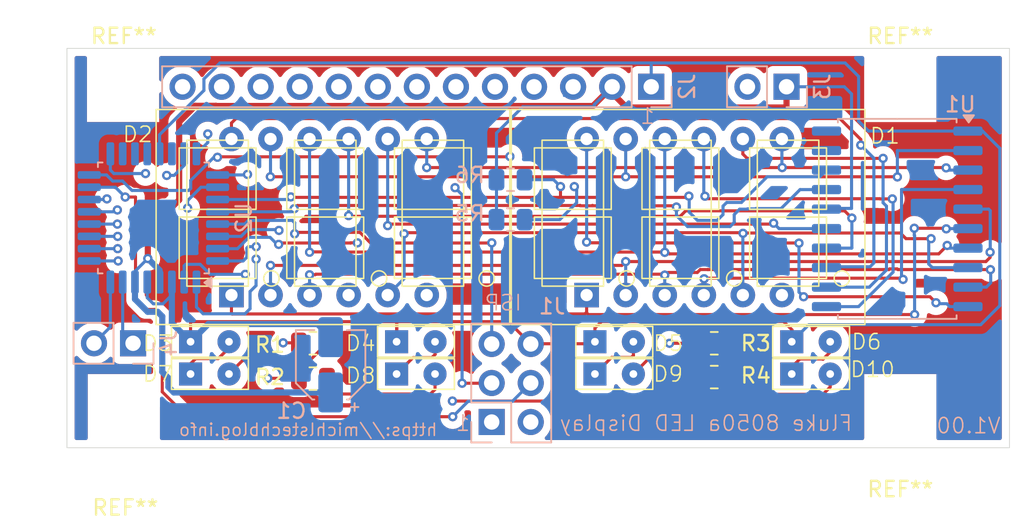
<source format=kicad_pcb>
(kicad_pcb (version 20241229) (generator "pcbnew") (generator_version "9.0")
  (layers (0 "F.Cu" signal) (4 "In1.Cu" signal) (6 "In2.Cu" signal) (2 "B.Cu" signal) (13 "F.Paste" user) (15 "B.Paste" user) (5 "F.SilkS" user "F.Silkscreen") (7 "B.SilkS" user "B.Silkscreen") (1 "F.Mask" user) (3 "B.Mask" user) (25 "Edge.Cuts" user))
  (net 0 "")
  (net 1 "/DIGIT2")
  (net 2 "/DIGIT3")
  (net 3 "/DIGIT1")
  (net 5 "/DIGIT6")
  (net 6 "/DIGIT5")
  (net 7 "/DIGIT4")
  (net 11 "Net-(D7-A)")
  (net 15 "VCC")
  (net 16 "Net-(J4-Pin_2)")
  (net 17 "Net-(D8-A)")
  (net 18 "Net-(J4-Pin_1)")
  (net 19 "Net-(D9-A)")
  (net 21 "Net-(D3-A)")
  (net 22 "Net-(D4-A)")
  (net 23 "Net-(D5-A)")
  (net 24 "Net-(D10-K)")
  (net 25 "Net-(D10-A)")
  (net 26 "/Segment B")
  (net 27 "/Segment C")
  (net 28 "/Segment D")
  (net 29 "/Segment G")
  (net 30 "/Segment F")
  (net 31 "/DOT")
  (net 32 "/Segment E")
  (net 33 "/Segment A")
  (net 34 "GND")
  (net 35 "/Strobe 4")
  (net 36 "/Strobe 1")
  (net 37 "/DATA Z")
  (net 38 "/Strobe 2")
  (net 39 "/Strobe 3")
  (net 40 "/DATA W")
  (net 41 "/DATA X")
  (net 42 "/DP")
  (net 43 "/Strobe 0")
  (net 44 "/DATA Y")
  (net 45 "/HV")
  (net 46 "Net-(U1-DIO)")
  (net 47 "Net-(U1-CLK)")
  (net 48 "/MISO")
  (net 49 "/MOSI")
  (net 50 "Net-(J1-Pin_2)")
  (net 51 "/RST")
  (net 52 "/SCK")
  (net 53 "/LED HV")
  (net 54 "/LED REL")
  (net 55 "/LED DB")
  (net 56 "/LED NN")
  (footprint "Resistor_SMD:R_0805_2012Metric" (layer "F.Cu") (at 159.7 59.2)
    (property "Reference" "R1")
    (property "Value" "220")
  )
  (footprint "MountingHole:MountingHole_2.1mm" (layer "F.Cu") (at 197.9 63.6)
    (property "Reference" "REF**")
    (property "Value" "MountingHole_2.1mm")
  )
  (footprint "3361xS:3361xS" (layer "F.Cu") (at 154.4 45.9)
    (property "Reference" "D2")
    (property "Value" "3361BS")
  )
  (footprint "3361xS:LED 5x2mm Exact" (layer "F.Cu") (at 165.9 61.7)
    (property "Reference" "D8")
    (property "Value" "LED REL0")
  )
  (footprint "3361xS:LED 5x2mm Exact" (layer "F.Cu") (at 191.6 61.7)
    (property "Reference" "D10")
    (property "Value" "LED NN")
  )
  (footprint "3361xS:3361xS" (layer "F.Cu") (at 177.5 45.9)
    (property "Reference" "D1")
    (property "Value" "3361BS")
  )
  (footprint "3361xS:LED 5x2mm Exact" (layer "F.Cu") (at 152.5 61.7)
    (property "Reference" "D7")
    (property "Value" "LED HV0")
  )
  (footprint "Resistor_SMD:R_0805_2012Metric" (layer "F.Cu") (at 185.8 61.4)
    (property "Reference" "R4")
    (property "Value" "220")
  )
  (footprint "3361xS:LED 5x2mm Exact" (layer "F.Cu") (at 152.5 59.6)
    (property "Reference" "D3")
    (property "Value" "LED HV1")
  )
  (footprint "Resistor_SMD:R_0805_2012Metric" (layer "F.Cu") (at 185.8 59.2)
    (property "Reference" "R3")
    (property "Value" "220")
  )
  (footprint "Resistor_SMD:R_0805_2012Metric" (layer "F.Cu") (at 159.7 61.5)
    (property "Reference" "R2")
    (property "Value" "220")
  )
  (footprint "3361xS:LED 5x2mm Exact" (layer "F.Cu") (at 178.8 61.7)
    (property "Reference" "D9")
    (property "Value" "LED DB0")
  )
  (footprint "MountingHole:MountingHole_2.1mm" (layer "F.Cu") (at 147.4 42.4)
    (property "Reference" "REF**")
    (property "Value" "MountingHole_2.1mm")
  )
  (footprint "MountingHole:MountingHole_2.1mm" (layer "F.Cu") (at 197.9 42.4)
    (property "Reference" "REF**")
    (property "Value" "MountingHole_2.1mm")
  )
  (footprint "3361xS:LED 5x2mm Exact" (layer "F.Cu") (at 191.6 59.6)
    (property "Reference" "D6")
    (property "Value" "LED NN")
  )
  (footprint "3361xS:LED 5x2mm Exact" (layer "F.Cu") (at 165.9 59.6)
    (property "Reference" "D4")
    (property "Value" "LED REL1")
  )
  (footprint "3361xS:LED 5x2mm Exact" (layer "F.Cu") (at 178.8 59.6)
    (property "Reference" "D5")
    (property "Value" "LED DB1")
  )
  (footprint "MountingHole:MountingHole_2.1mm" (layer "F.Cu") (at 147.4 63.6)
    (property "Reference" "REF**")
    (property "Value" "MountingHole_2.1mm")
  )
  (footprint "Connector_PinHeader_2.54mm:PinHeader_2x03_P2.54mm_Vertical" (layer "B.Cu") (at 171.325 64.325)
    (property "Reference" "J1")
    (property "Value" "ISP Connector")
  )
  (footprint "Package_SO:SOP-20_7.5x12.8mm_P1.27mm" (layer "B.Cu") (at 197.7 51.1 180)
    (property "Reference" "U1")
    (property "Value" "TM1637")
  )
  (footprint "Connector_PinHeader_2.54mm:PinHeader_1x02_P2.54mm_Vertical" (layer "B.Cu") (at 148 59.2 90)
    (property "Reference" "J4")
    (property "Value" "PADs for crystal")
  )
  (footprint "Connector_PinHeader_2.54mm:PinHeader_1x13_P2.54mm_Vertical" (layer "B.Cu") (at 181.7 42.5 90)
    (property "Reference" "J2")
    (property "Value" "Fluke Connector")
  )
  (footprint "Resistor_SMD:R_0805_2012Metric" (layer "B.Cu") (at 172.55 48.55)
    (property "Reference" "R6")
    (property "Value" "10k")
  )
  (footprint "Capacitor_SMD:CP_Elec_4x5.8" (layer "B.Cu") (at 160.85 60.6 90)
    (property "Reference" "C1")
    (property "Value" "22uF")
  )
  (footprint "Connector_PinHeader_2.54mm:PinHeader_1x02_P2.54mm_Vertical" (layer "B.Cu") (at 190.5 42.5 90)
    (property "Reference" "J3")
    (property "Value" "Jumper VCC from USB")
  )
  (footprint "Resistor_SMD:R_0805_2012Metric" (layer "B.Cu") (at 172.55 51.15)
    (property "Reference" "R5")
    (property "Value" "10k")
  )
  (footprint "Package_QFP:LQFP-32_7x7mm_P0.8mm" (layer "B.Cu") (at 149.325 51.04 90)
    (property "Reference" "U2")
    (property "Value" "ATmega328P-M")
  )
  (gr_rect (start 143.7 40) (end 205 66) (stroke (width 0.05)) (fill no) (layer "Edge.Cuts"))
  (gr_text "Fluke 8050a LED Display\n" (at 194.85 64.99 0) (layer "B.SilkS") (effects (font (size 1 1) (thickness 0.1)) (justify left bottom mirror)))
  (gr_text "V1.00" (at 204.5 65.15 0) (layer "B.SilkS") (effects (font (size 1 1) (thickness 0.1)) (justify left bottom mirror)))
  (gr_text "1" (at 169.995 64.99 0) (layer "B.SilkS") (effects (font (size 1 1) (thickness 0.1)) (justify left bottom mirror)))
  (gr_text "https://michlstechblog.info" (at 167.85 65.3 0) (layer "B.SilkS") (effects (font (size 0.8 0.8) (thickness 0.1)) (justify left bottom mirror)))
  (gr_text "1" (at 182 45 0) (layer "B.SilkS") (effects (font (size 1 1) (thickness 0.1)) (justify left bottom mirror)))
  (gr_text "ISP\n" (at 173.35 57.15 0) (layer "B.SilkS") (effects (font (size 1 1) (thickness 0.1)) (justify left bottom mirror)))
  (segment (start 185.195 49.625) (end 185.359 49.789) (width 0.2) (layer "F.Cu") (net 1))
  (segment (start 185.359 49.789) (end 196.569 49.789) (width 0.2) (layer "F.Cu") (net 1))
  (segment (start 196.58 49.8) (end 197.38 49.8) (width 0.2) (layer "F.Cu") (net 1))
  (segment (start 196.569 49.789) (end 196.58 49.8) (width 0.2) (layer "F.Cu") (net 1))
  (via (at 185.195 49.625) (size 0.6) (drill 0.3) (layers "F.Cu" "B.Cu") (net 1))
  (via (at 197.38 49.8) (size 0.6) (drill 0.3) (layers "F.Cu" "B.Cu") (net 1))
  (segment (start 197.43 54.5671) (end 195.1821 56.815) (width 0.2) (layer "B.Cu") (net 1))
  (segment (start 185.12 49.55) (end 185.195 49.625) (width 0.2) (layer "B.Cu") (net 1))
  (segment (start 197.38 49.8) (end 197.43 49.85) (width 0.2) (layer "B.Cu") (net 1))
  (segment (start 185.12 45.9) (end 185.12 49.55) (width 0.2) (layer "B.Cu") (net 1))
  (segment (start 197.38 49.8) (end 197.24 49.94) (width 0.2) (layer "B.Cu") (net 1))
  (segment (start 197.43 49.85) (end 197.43 54.5671) (width 0.2) (layer "B.Cu") (net 1))
  (segment (start 195.1821 56.815) (end 193.1 56.815) (width 0.2) (layer "B.Cu") (net 1))
  (segment (start 187.66 46.88) (end 187.66 45.9) (width 0.2) (layer "F.Cu") (net 2))
  (segment (start 187.94 47.16) (end 187.66 46.88) (width 0.2) (layer "F.Cu") (net 2))
  (segment (start 196.78 47.16) (end 187.94 47.16) (width 0.2) (layer "F.Cu") (net 2))
  (via (at 196.78 47.16) (size 0.6) (drill 0.3) (layers "F.Cu" "B.Cu") (net 2))
  (segment (start 196.779 50.048943) (end 197 50.269943) (width 0.2) (layer "B.Cu") (net 2))
  (segment (start 195.885 55.545) (end 193.1 55.545) (width 0.2) (layer "B.Cu") (net 2))
  (segment (start 196.779 49.646943) (end 196.779 50.048943) (width 0.2) (layer "B.Cu") (net 2))
  (segment (start 197 54.43) (end 195.885 55.545) (width 0.2) (layer "B.Cu") (net 2))
  (segment (start 196.78 49.64) (end 196.772057 49.64) (width 0.2) (layer "B.Cu") (net 2))
  (segment (start 196.772057 49.64) (end 196.779 49.646943) (width 0.2) (layer "B.Cu") (net 2))
  (segment (start 196.78 47.16) (end 196.78 49.64) (width 0.2) (layer "B.Cu") (net 2))
  (segment (start 197 50.269943) (end 197 54.43) (width 0.2) (layer "B.Cu") (net 2))
  (segment (start 191.09 52.67) (end 191.1 52.68) (width 0.2) (layer "F.Cu") (net 3))
  (segment (start 199.83 56.17) (end 191.61 56.17) (width 0.2) (layer "F.Cu") (net 3))
  (segment (start 191.1 52.68) (end 191.31 52.68) (width 0.2) (layer "F.Cu") (net 3))
  (segment (start 200.22 56.56) (end 199.83 56.17) (width 0.2) (layer "F.Cu") (net 3))
  (segment (start 182.7371 52.67) (end 191.09 52.67) (width 0.2) (layer "F.Cu") (net 3))
  (segment (start 182.7371 52.67) (end 182.7261 52.659) (width 0.2) (layer "F.Cu") (net 3))
  (segment (start 182.7261 52.659) (end 177.541 52.659) (width 0.2) (layer "F.Cu") (net 3))
  (via (at 191.31 52.68) (size 0.6) (drill 0.3) (layers "F.Cu" "B.Cu") (net 3))
  (via (at 177.5 52.61) (size 0.6) (drill 0.3) (layers "F.Cu" "B.Cu") (net 3))
  (via (at 200.22 56.56) (size 0.6) (drill 0.3) (layers "F.Cu" "B.Cu") (net 3))
  (via (at 191.61 56.17) (size 0.6) (drill 0.3) (layers "F.Cu" "B.Cu") (net 3))
  (segment (start 200.923332 56.623332) (end 201.115 56.815) (width 0.2) (layer "B.Cu") (net 3))
  (segment (start 200.283332 56.623332) (end 200.923332 56.623332) (width 0.2) (layer "B.Cu") (net 3))
  (segment (start 177.5 45.9) (end 177.5 52.61) (width 0.2) (layer "B.Cu") (net 3))
  (segment (start 200.22 56.56) (end 200.283332 56.623332) (width 0.2) (layer "B.Cu") (net 3))
  (segment (start 201.115 56.815) (end 202.3 56.815) (width 0.2) (layer "B.Cu") (net 3))
  (segment (start 191.31 52.68) (end 191.31 55.87) (width 0.2) (layer "B.Cu") (net 3))
  (segment (start 191.31 55.87) (end 191.61 56.17) (width 0.2) (layer "B.Cu") (net 3))
  (segment (start 164.56 51.54) (end 164.66 51.44) (width 0.2) (layer "F.Cu") (net 5))
  (segment (start 189.6 51.44) (end 189.66 51.38) (width 0.2) (layer "F.Cu") (net 5))
  (segment (start 164.66 51.44) (end 189.6 51.44) (width 0.2) (layer "F.Cu") (net 5))
  (via (at 164.56 51.54) (size 0.6) (drill 0.3) (layers "F.Cu" "B.Cu") (net 5))
  (via (at 189.66 51.38) (size 0.6) (drill 0.3) (layers "F.Cu" "B.Cu") (net 5))
  (segment (start 189.66 51.38) (end 190.015 51.735) (width 0.2) (layer "B.Cu") (net 5))
  (segment (start 164.56 45.9) (end 164.56 51.54) (width 0.2) (layer "B.Cu") (net 5))
  (segment (start 164.56 51.54) (end 164.56 51.62) (width 0.2) (layer "B.Cu") (net 5))
  (segment (start 190.015 51.735) (end 193.1 51.735) (width 0.2) (layer "B.Cu") (net 5))
  (segment (start 164.23 46.23) (end 164.56 45.9) (width 0.2) (layer "B.Cu") (net 5))
  (segment (start 194.75 51.05) (end 194.278943 50.578943) (width 0.2) (layer "F.Cu") (net 6))
  (segment (start 183.589943 50.93) (end 162.14 50.93) (width 0.2) (layer "F.Cu") (net 6))
  (segment (start 183.941 50.578943) (end 183.589943 50.93) (width 0.2) (layer "F.Cu") (net 6))
  (segment (start 194.278943 50.578943) (end 183.941 50.578943) (width 0.2) (layer "F.Cu") (net 6))
  (via (at 162.02 50.89) (size 0.6) (drill 0.3) (layers "F.Cu" "B.Cu") (net 6))
  (via (at 194.75 51.05) (size 0.6) (drill 0.3) (layers "F.Cu" "B.Cu") (net 6))
  (segment (start 194.75 52.99) (end 194.735 53.005) (width 0.2) (layer "B.Cu") (net 6))
  (segment (start 162.02 50.89) (end 162.05 50.92) (width 0.2) (layer "B.Cu") (net 6))
  (segment (start 194.735 53.005) (end 193.1 53.005) (width 0.2) (layer "B.Cu") (net 6))
  (segment (start 162.02 45.9) (end 162.02 50.89) (width 0.2) (layer "B.Cu") (net 6))
  (segment (start 194.75 51.05) (end 194.75 52.99) (width 0.2) (layer "B.Cu") (net 6))
  (segment (start 195.33 46.3) (end 195.33 45.93) (width 0.2) (layer "F.Cu") (net 7))
  (segment (start 154.4 44.86) (end 154.4 45.9) (width 0.2) (layer "F.Cu") (net 7))
  (segment (start 193.97 44.57) (end 154.69 44.57) (width 0.2) (layer "F.Cu") (net 7))
  (segment (start 154.69 44.57) (end 154.4 44.86) (width 0.2) (layer "F.Cu") (net 7))
  (segment (start 195.33 45.93) (end 193.97 44.57) (width 0.2) (layer "F.Cu") (net 7))
  (via (at 195.33 46.3) (size 0.6) (drill 0.3) (layers "F.Cu" "B.Cu") (net 7))
  (segment (start 196.18 47.15) (end 196.18 53.97) (width 0.2) (layer "B.Cu") (net 7))
  (segment (start 196.18 53.97) (end 195.93 54.22) (width 0.2) (layer "B.Cu") (net 7))
  (segment (start 195.33 46.3) (end 196.18 47.15) (width 0.2) (layer "B.Cu") (net 7))
  (segment (start 195.93 54.22) (end 193.155 54.22) (width 0.2) (layer "B.Cu") (net 7))
  (segment (start 193.155 54.22) (end 193.1 54.275) (width 0.2) (layer "B.Cu") (net 7))
  (segment (start 155.12 60.32) (end 154.24 61.2) (width 0.2) (layer "F.Cu") (net 11))
  (segment (start 159.4925 60.32) (end 155.12 60.32) (width 0.2) (layer "F.Cu") (net 11))
  (segment (start 160.6125 59.2) (end 159.4925 60.32) (width 0.2) (layer "F.Cu") (net 11))
  (segment (start 153.409 43.751) (end 153.398 43.74) (width 0.4) (layer "F.Cu") (net 15))
  (segment (start 151 44.79) (end 151 49.87) (width 0.4) (layer "F.Cu") (net 15))
  (segment (start 190.5 43.82) (end 190.47 43.85) (width 0.4) (layer "F.Cu") (net 15))
  (segment (start 148.96 51.48) (end 148.96 53.68) (width 0.4) (layer "F.Cu") (net 15))
  (segment (start 152.05 43.74) (end 151 44.79) (width 0.4) (layer "F.Cu") (net 15))
  (segment (start 153.398 43.74) (end 152.05 43.74) (width 0.4) (layer "F.Cu") (net 15))
  (segment (start 190.47 43.85) (end 180.101 43.85) (width 0.4) (layer "F.Cu") (net 15))
  (segment (start 151 49.87) (end 150.4 50.47) (width 0.4) (layer "F.Cu") (net 15))
  (segment (start 150.4 50.47) (end 149.97 50.47) (width 0.4) (layer "F.Cu") (net 15))
  (segment (start 180.101 43.85) (end 179.16 42.909) (width 0.4) (layer "F.Cu") (net 15))
  (segment (start 190.5 42.5) (end 190.5 43.82) (width 0.4) (layer "F.Cu") (net 15))
  (segment (start 179.16 42.5) (end 177.909 43.751) (width 0.4) (layer "F.Cu") (net 15))
  (segment (start 179.16 42.5) (end 179.16 43.22) (width 0.2) (layer "F.Cu") (net 15))
  (segment (start 149.97 50.47) (end 148.96 51.48) (width 0.4) (layer "F.Cu") (net 15))
  (segment (start 179.16 42.909) (end 179.16 42.5) (width 0.4) (layer "F.Cu") (net 15))
  (segment (start 177.909 43.751) (end 153.409 43.751) (width 0.4) (layer "F.Cu") (net 15))
  (via (at 148.96 53.68) (size 0.6) (drill 0.3) (layers "F.Cu" "B.Cu") (net 15))
  (segment (start 171.6375 48.55) (end 171.6375 51.15) (width 0.2) (layer "B.Cu") (net 15))
  (segment (start 173.35 43.8) (end 178 43.8) (width 0.2) (layer "B.Cu") (net 15))
  (segment (start 194.73 42.97) (end 194.26 42.5) (width 0.2) (layer "B.Cu") (net 15))
  (segment (start 194.73 50.42) (end 194.73 42.97) (width 0.2) (layer "B.Cu") (net 15))
  (segment (start 149.6 57.15) (end 149.9 57.45) (width 0.4) (layer "B.Cu") (net 15))
  (segment (start 149.725 54.445) (end 148.96 53.68) (width 0.4) (layer "B.Cu") (net 15))
  (segment (start 148.95 57.15) (end 149.6 57.15) (width 0.4) (layer "B.Cu") (net 15))
  (segment (start 149.9 57.45) (end 149.9 61.065742) (width 0.4) (layer "B.Cu") (net 15))
  (segment (start 148.125 55.215) (end 148.125 56.325) (width 0.4) (layer "B.Cu") (net 15))
  (segment (start 149.725 55.215) (end 149.725 54.445) (width 0.4) (layer "B.Cu") (net 15))
  (segment (start 150.3 61.465742) (end 150.3 62.05) (width 0.4) (layer "B.Cu") (net 15))
  (segment (start 193.1 50.465) (end 193.145 50.42) (width 0.2) (layer "B.Cu") (net 15))
  (segment (start 171.6375 48.55) (end 171.6375 45.5125) (width 0.2) (layer "B.Cu") (net 15))
  (segment (start 149.9 61.065742) (end 150.3 61.465742) (width 0.4) (layer "B.Cu") (net 15))
  (segment (start 178 43.8) (end 178 43.66) (width 0.2) (layer "B.Cu") (net 15))
  (segment (start 148.125 56.325) (end 148.95 57.15) (width 0.4) (layer "B.Cu") (net 15))
  (segment (start 148.125 55.215) (end 148.125 54.515) (width 0.2) (layer "B.Cu") (net 15))
  (segment (start 193.145 50.42) (end 194.73 50.42) (width 0.2) (layer "B.Cu") (net 15))
  (segment (start 178 43.66) (end 179.16 42.5) (width 0.2) (layer "B.Cu") (net 15))
  (segment (start 150.65 62.4) (end 160.85 62.4) (width 0.4) (layer "B.Cu") (net 15))
  (segment (start 148.125 54.515) (end 148.96 53.68) (width 0.2) (layer "B.Cu") (net 15))
  (segment (start 150.3 62.05) (end 150.65 62.4) (width 0.4) (layer "B.Cu") (net 15))
  (segment (start 194.26 42.5) (end 190.5 42.5) (width 0.2) (layer "B.Cu") (net 15))
  (segment (start 171.6375 45.5125) (end 173.35 43.8) (width 0.2) (layer "B.Cu") (net 15))
  (segment (start 146.525 58.135) (end 145.46 59.2) (width 0.2) (layer "B.Cu") (net 16))
  (segment (start 146.525 58.135) (end 146.525 55.215) (width 0.2) (layer "B.Cu") (net 16))
  (segment (start 167.64 62.2) (end 167.34 62.5) (width 0.2) (layer "F.Cu") (net 17))
  (segment (start 167.64 61.2) (end 167.64 62.2) (width 0.2) (layer "F.Cu") (net 17))
  (segment (start 161.6125 62.5) (end 160.6125 61.5) (width 0.2) (layer "F.Cu") (net 17))
  (segment (start 167.34 62.5) (end 161.6125 62.5) (width 0.2) (layer "F.Cu") (net 17))
  (segment (start 148 59.075) (end 147.325 58.4) (width 0.2) (layer "B.Cu") (net 18))
  (segment (start 148 59.2) (end 148 59.075) (width 0.2) (layer "B.Cu") (net 18))
  (segment (start 147.325 58.4) (end 147.325 58.525) (width 0.2) (layer "B.Cu") (net 18))
  (segment (start 147.325 55.215) (end 147.325 58.4) (width 0.2) (layer "B.Cu") (net 18))
  (segment (start 186.39 60.29) (end 186.74 59.94) (width 0.2) (layer "F.Cu") (net 19))
  (segment (start 186.7125 59.9125) (end 186.7125 59.2) (width 0.2) (layer "F.Cu") (net 19))
  (segment (start 180.54 61.2) (end 181.45 60.29) (width 0.2) (layer "F.Cu") (net 19))
  (segment (start 181.45 60.29) (end 186.39 60.29) (width 0.2) (layer "F.Cu") (net 19))
  (segment (start 186.74 59.94) (end 186.7125 59.9125) (width 0.2) (layer "F.Cu") (net 19))
  (segment (start 151.74 60.53) (end 152.07 60.2) (width 0.2) (layer "F.Cu") (net 21))
  (segment (start 151.74 61.2) (end 151.74 60.53) (width 0.2) (layer "F.Cu") (net 21))
  (segment (start 152.07 60.2) (end 153.54 60.2) (width 0.2) (layer "F.Cu") (net 21))
  (segment (start 153.54 60.2) (end 154.24 59.5) (width 0.2) (layer "F.Cu") (net 21))
  (segment (start 154.24 59.5) (end 154.24 59.1) (width 0.2) (layer "F.Cu") (net 21))
  (segment (start 166.21 60.13) (end 167.44 60.13) (width 0.2) (layer "F.Cu") (net 22))
  (segment (start 167.64 59.91) (end 167.64 59.1) (width 0.2) (layer "F.Cu") (net 22))
  (segment (start 167.65 59.92) (end 167.64 59.91) (width 0.2) (layer "F.Cu") (net 22))
  (segment (start 165.14 61.2) (end 166.21 60.13) (width 0.2) (layer "F.Cu") (net 22))
  (segment (start 167.44 60.13) (end 167.65 59.92) (width 0.2) (layer "F.Cu") (net 22))
  (segment (start 178.04 61.2) (end 179.12 60.12) (width 0.2) (layer "F.Cu") (net 23))
  (segment (start 180.54 59.97) (end 180.54 59.1) (width 0.2) (layer "F.Cu") (net 23))
  (segment (start 180.41 60.12) (end 180.55 59.98) (width 0.2) (layer "F.Cu") (net 23))
  (segment (start 180.55 59.98) (end 180.54 59.97) (width 0.2) (layer "F.Cu") (net 23))
  (segment (start 179.12 60.12) (end 180.41 60.12) (width 0.2) (layer "F.Cu") (net 23))
  (segment (start 193.34 59.77) (end 193.34 59.1) (width 0.2) (layer "F.Cu") (net 24))
  (segment (start 191.37 60.22) (end 192.85 60.22) (width 0.2) (layer "F.Cu") (net 24))
  (segment (start 190.84 60.75) (end 191.37 60.22) (width 0.2) (layer "F.Cu") (net 24))
  (segment (start 192.87 60.24) (end 193.34 59.77) (width 0.2) (layer "F.Cu") (net 24))
  (segment (start 190.84 61.2) (end 190.84 60.75) (width 0.2) (layer "F.Cu") (net 24))
  (segment (start 192.85 60.22) (end 192.87 60.24) (width 0.2) (layer "F.Cu") (net 24))
  (segment (start 186.7125 61.4) (end 187.8325 62.52) (width 0.2) (layer "F.Cu") (net 25))
  (segment (start 192.87 62.52) (end 193.34 62.05) (width 0.2) (layer "F.Cu") (net 25))
  (segment (start 187.8325 62.52) (end 192.87 62.52) (width 0.2) (layer "F.Cu") (net 25))
  (segment (start 193.34 62.05) (end 193.34 61.2) (width 0.2) (layer "F.Cu") (net 25))
  (segment (start 167.1 47.76) (end 190.22 47.76) (width 0.2) (layer "F.Cu") (net 26))
  (segment (start 200.86 47.76) (end 200.88 47.78) (width 0.2) (layer "F.Cu") (net 26))
  (segment (start 190.22 47.76) (end 200.86 47.76) (width 0.2) (layer "F.Cu") (net 26))
  (via (at 167.1 47.76) (size 0.6) (drill 0.3) (layers "F.Cu" "B.Cu") (net 26))
  (via (at 200.88 47.78) (size 0.6) (drill 0.3) (layers "F.Cu" "B.Cu") (net 26))
  (via (at 190.22 47.76) (size 0.6) (drill 0.3) (layers "F.Cu" "B.Cu") (net 26))
  (segment (start 202.3 47.925) (end 201.025 47.925) (width 0.2) (layer "B.Cu") (net 26))
  (segment (start 190.2 45.9) (end 190.2 47.74) (width 0.2) (layer "B.Cu") (net 26))
  (segment (start 167.1 47.88) (end 167.14 47.92) (width 0.2) (layer "B.Cu") (net 26))
  (segment (start 190.2 47.74) (end 190.22 47.76) (width 0.2) (layer "B.Cu") (net 26))
  (segment (start 167.1 47.76) (end 167.1 47.88) (width 0.2) (layer "B.Cu") (net 26))
  (segment (start 167.1 45.9) (end 167.1 47.76) (width 0.2) (layer "B.Cu") (net 26))
  (segment (start 201.025 47.925) (end 200.88 47.78) (width 0.2) (layer "B.Cu") (net 26))
  (segment (start 185.18 54.96) (end 185.14 55) (width 0.2) (layer "F.Cu") (net 27))
  (segment (start 198 54.96) (end 185.18 54.96) (width 0.2) (layer "F.Cu") (net 27))
  (segment (start 198.08 55.04) (end 198 54.96) (width 0.2) (layer "F.Cu") (net 27))
  (via (at 198.08 55.04) (size 0.6) (drill 0.3) (layers "F.Cu" "B.Cu") (net 27))
  (via (at 185.14 55) (size 0.6) (drill 0.3) (layers "F.Cu" "B.Cu") (net 27))
  (segment (start 185.12 55.02) (end 185.14 55) (width 0.2) (layer "B.Cu") (net 27))
  (segment (start 202.295 49.19) (end 202.3 49.195) (width 0.2) (layer "B.Cu") (net 27))
  (segment (start 197.98 49.19) (end 202.295 49.19) (width 0.2) (layer "B.Cu") (net 27))
  (segment (start 197.98 54.94) (end 197.98 49.19) (width 0.2) (layer "B.Cu") (net 27))
  (segment (start 185.12 56.06) (end 185.12 55.02) (width 0.2) (layer "B.Cu") (net 27))
  (segment (start 198.08 55.04) (end 197.98 54.94) (width 0.2) (layer "B.Cu") (net 27))
  (segment (start 179.79 54.13) (end 156.94 54.13) (width 0.2) (layer "F.Cu") (net 28))
  (segment (start 180.039 53.881) (end 179.79 54.13) (width 0.2) (layer "F.Cu") (net 28))
  (segment (start 203.739876 53.610124) (end 203.739876 53.269921) (width 0.2) (layer "F.Cu") (net 28))
  (segment (start 180.041 53.88) (end 203.47 53.88) (width 0.2) (layer "F.Cu") (net 28))
  (segment (start 180.04 53.881) (end 180.039 53.881) (width 0.2) (layer "F.Cu") (net 28))
  (segment (start 180.04 53.881) (end 180.041 53.88) (width 0.2) (layer "F.Cu") (net 28))
  (segment (start 203.47 53.88) (end 203.739876 53.610124) (width 0.2) (layer "F.Cu") (net 28))
  (via (at 156.94 54.13) (size 0.6) (drill 0.3) (layers "F.Cu" "B.Cu") (net 28))
  (via (at 203.739876 53.269921) (size 0.6) (drill 0.3) (layers "F.Cu" "B.Cu") (net 28))
  (via (at 180.04 53.881) (size 0.6) (drill 0.3) (layers "F.Cu" "B.Cu") (net 28))
  (segment (start 203.75 50.57) (end 203.645 50.465) (width 0.2) (layer "B.Cu") (net 28))
  (segment (start 203.645 50.465) (end 202.3 50.465) (width 0.2) (layer "B.Cu") (net 28))
  (segment (start 203.75 53.259797) (end 203.75 50.57) (width 0.2) (layer "B.Cu") (net 28))
  (segment (start 180.04 53.881) (end 180.04 56.06) (width 0.2) (layer "B.Cu") (net 28))
  (segment (start 156.94 54.13) (end 156.94 56.06) (width 0.2) (layer "B.Cu") (net 28))
  (segment (start 203.739876 53.269921) (end 203.75 53.259797) (width 0.2) (layer "B.Cu") (net 28))
  (segment (start 187.67 52.04) (end 187.69 52.04) (width 0.2) (layer "F.Cu") (net 29))
  (segment (start 165.63 52) (end 165.67 51.96) (width 0.2) (layer "F.Cu") (net 29))
  (segment (start 187.69 52.04) (end 187.71 52.02) (width 0.2) (layer "F.Cu") (net 29))
  (segment (start 187.71 52.02) (end 197.9 52.02) (width 0.2) (layer "F.Cu") (net 29))
  (segment (start 165.63 52.07) (end 165.7 52) (width 0.2) (layer "F.Cu") (net 29))
  (segment (start 165.7 52) (end 187.63 52) (width 0.2) (layer "F.Cu") (net 29))
  (segment (start 187.63 52) (end 187.67 52.04) (width 0.2) (layer "F.Cu") (net 29))
  (segment (start 198.27 52.39) (end 199.9 52.39) (width 0.2) (layer "F.Cu") (net 29))
  (segment (start 165.63 52.07) (end 165.63 52) (width 0.2) (layer "F.Cu") (net 29))
  (segment (start 197.9 52.02) (end 198.27 52.39) (width 0.2) (layer "F.Cu") (net 29))
  (via (at 187.67 52.04) (size 0.6) (drill 0.3) (layers "F.Cu" "B.Cu") (net 29))
  (via (at 199.9 52.39) (size 0.6) (drill 0.3) (layers "F.Cu" "B.Cu") (net 29))
  (via (at 165.63 52.07) (size 0.6) (drill 0.3) (layers "F.Cu" "B.Cu") (net 29))
  (segment (start 199.9 52.39) (end 199.75 52.54) (width 0.2) (layer "B.Cu") (net 29))
  (segment (start 165.63 54.99) (end 164.56 56.06) (width 0.2) (layer "B.Cu") (net 29))
  (segment (start 187.67 52.04) (end 187.66 52.05) (width 0.2) (layer "B.Cu") (net 29))
  (segment (start 165.63 52.07) (end 165.63 54.99) (width 0.2) (layer "B.Cu") (net 29))
  (segment (start 199.985 54.275) (end 202.3 54.275) (width 0.2) (layer "B.Cu") (net 29))
  (segment (start 187.66 52.05) (end 187.66 56.06) (width 0.2) (layer "B.Cu") (net 29))
  (segment (start 199.75 54.04) (end 199.985 54.275) (width 0.2) (layer "B.Cu") (net 29))
  (segment (start 201.505 54.275) (end 202.3 54.275) (width 0.2) (layer "B.Cu") (net 29))
  (segment (start 199.75 52.54) (end 199.75 54.04) (width 0.2) (layer "B.Cu") (net 29))
  (segment (start 159.51 53.25) (end 159.48 53.22) (width 0.2) (layer "F.Cu") (net 30))
  (segment (start 200.4 53.38) (end 200.95 52.83) (width 0.2) (layer "F.Cu") (net 30))
  (segment (start 182.88 53.38) (end 200.4 53.38) (width 0.2) (layer "F.Cu") (net 30))
  (segment (start 182.78 53.28) (end 182.88 53.38) (width 0.2) (layer "F.Cu") (net 30))
  (segment (start 182.561 53.261) (end 161.911057 53.261) (width 0.2) (layer "F.Cu") (net 30))
  (segment (start 161.911057 53.261) (end 161.900057 53.25) (width 0.2) (layer "F.Cu") (net 30))
  (segment (start 182.58 53.28) (end 182.561 53.261) (width 0.2) (layer "F.Cu") (net 30))
  (segment (start 161.900057 53.25) (end 159.51 53.25) (width 0.2) (layer "F.Cu") (net 30))
  (segment (start 159.48 53.22) (end 159.48 53.271) (width 0.2) (layer "F.Cu") (net 30))
  (via (at 200.95 52.83) (size 0.6) (drill 0.3) (layers "F.Cu" "B.Cu") (net 30))
  (via (at 182.58 53.28) (size 0.6) (drill 0.3) (layers "F.Cu" "B.Cu") (net 30))
  (via (at 159.48 53.271) (size 0.6) (drill 0.3) (layers "F.Cu" "B.Cu") (net 30))
  (segment (start 182.58 53.28) (end 182.58 45.9) (width 0.2) (layer "B.Cu") (net 30))
  (segment (start 159.48 45.9) (end 159.48 53.271) (width 0.2) (layer "B.Cu") (net 30))
  (segment (start 201.125 53.005) (end 200.95 52.83) (width 0.2) (layer "B.Cu") (net 30))
  (segment (start 202.3 53.005) (end 201.125 53.005) (width 0.2) (layer "B.Cu") (net 30))
  (segment (start 203.762241 54.404019) (end 203.758222 54.4) (width 0.2) (layer "F.Cu") (net 31))
  (segment (start 203.758222 54.4) (end 197.739943 54.4) (width 0.2) (layer "F.Cu") (net 31))
  (segment (start 159.48 54.74) (end 159.85 54.74) (width 0.2) (layer "F.Cu") (net 31))
  (segment (start 197.201057 54.359) (end 197.160057 54.4) (width 0.2) (layer "F.Cu") (net 31))
  (segment (start 185.389943 54.4) (end 185.388943 54.399) (width 0.2) (layer "F.Cu") (net 31))
  (segment (start 182.38 54.76) (end 182.58 54.76) (width 0.2) (layer "F.Cu") (net 31))
  (segment (start 159.85 54.74) (end 159.89 54.7) (width 0.2) (layer "F.Cu") (net 31))
  (segment (start 184.891057 54.399) (end 184.700057 54.59) (width 0.2) (layer "F.Cu") (net 31))
  (segment (start 197.739943 54.4) (end 197.698943 54.359) (width 0.2) (layer "F.Cu") (net 31))
  (segment (start 182.32 54.7) (end 182.38 54.76) (width 0.2) (layer "F.Cu") (net 31))
  (segment (start 185.388943 54.399) (end 184.891057 54.399) (width 0.2) (layer "F.Cu") (net 31))
  (segment (start 182.58 54.76) (end 182.64 54.7) (width 0.2) (layer "F.Cu") (net 31))
  (segment (start 159.89 54.7) (end 182.32 54.7) (width 0.2) (layer "F.Cu") (net 31))
  (segment (start 197.160057 54.4) (end 185.389943 54.4) (width 0.2) (layer "F.Cu") (net 31))
  (segment (start 203.762241 54.404019) (end 203.84626 54.32) (width 0.2) (layer "F.Cu") (net 31))
  (segment (start 197.698943 54.359) (end 197.201057 54.359) (width 0.2) (layer "F.Cu") (net 31))
  (segment (start 184.700057 54.59) (end 182.79 54.59) (width 0.2) (layer "F.Cu") (net 31))
  (via (at 159.48 54.74) (size 0.6) (drill 0.3) (layers "F.Cu" "B.Cu") (net 31))
  (via (at 203.762241 54.404019) (size 0.6) (drill 0.3) (layers "F.Cu" "B.Cu") (net 31))
  (via (at 182.58 54.76) (size 0.6) (drill 0.3) (layers "F.Cu" "B.Cu") (net 31))
  (segment (start 203.78 54.421778) (end 203.78 55.26) (width 0.2) (layer "B.Cu") (net 31))
  (segment (start 203.78 55.26) (end 203.495 55.545) (width 0.2) (layer "B.Cu") (net 31))
  (segment (start 203.762241 54.404019) (end 203.78 54.421778) (width 0.2) (layer "B.Cu") (net 31))
  (segment (start 159.48 56.06) (end 159.48 54.74) (width 0.2) (layer "B.Cu") (net 31))
  (segment (start 182.58 56.06) (end 182.58 54.76) (width 0.2) (layer "B.Cu") (net 31))
  (segment (start 203.495 55.545) (end 202.3 55.545) (width 0.2) (layer "B.Cu") (net 31))
  (segment (start 175.511057 57.269) (end 176.008943 57.269) (width 0.2) (layer "F.Cu") (net 32))
  (segment (start 198.83 57.33) (end 198.96 57.2) (width 0.2) (layer "F.Cu") (net 32))
  (segment (start 176.029943 57.29) (end 177.39 57.29) (width 0.2) (layer "F.Cu") (net 32))
  (segment (start 200.85 51.71) (end 200.89 51.75) (width 0.2) (layer "F.Cu") (net 32))
  (segment (start 154.4 57.25) (end 154.44 57.29) (width 0.2) (layer "F.Cu") (net 32))
  (segment (start 198.83 57.33) (end 177.61 57.33) (width 0.2) (layer "F.Cu") (net 32))
  (segment (start 175.490057 57.29) (end 175.511057 57.269) (width 0.2) (layer "F.Cu") (net 32))
  (segment (start 177.5 56.06) (end 177.5 57.18) (width 0.2) (layer "F.Cu") (net 32))
  (segment (start 154.44 57.29) (end 175.490057 57.29) (width 0.2) (layer "F.Cu") (net 32))
  (segment (start 154.4 56.06) (end 154.4 57.25) (width 0.2) (layer "F.Cu") (net 32))
  (segment (start 177.5 57.18) (end 177.48 57.2) (width 0.2) (layer "F.Cu") (net 32))
  (segment (start 177.61 57.33) (end 177.48 57.2) (width 0.2) (layer "F.Cu") (net 32))
  (segment (start 198.81 51.71) (end 200.85 51.71) (width 0.2) (layer "F.Cu") (net 32))
  (segment (start 176.008943 57.269) (end 176.029943 57.29) (width 0.2) (layer "F.Cu") (net 32))
  (segment (start 177.39 57.29) (end 177.48 57.2) (width 0.2) (layer "F.Cu") (net 32))
  (via (at 198.81 51.71) (size 0.6) (drill 0.3) (layers "F.Cu" "B.Cu") (net 32))
  (via (at 200.89 51.75) (size 0.6) (drill 0.3) (layers "F.Cu" "B.Cu") (net 32))
  (via (at 198.83 57.33) (size 0.6) (drill 0.3) (layers "F.Cu" "B.Cu") (net 32))
  (segment (start 202.3 51.735) (end 200.905 51.735) (width 0.2) (layer "B.Cu") (net 32))
  (segment (start 198.83 52.19) (end 198.81 52.17) (width 0.2) (layer "B.Cu") (net 32))
  (segment (start 198.83 57.33) (end 198.83 52.19) (width 0.2) (layer "B.Cu") (net 32))
  (segment (start 198.81 52.17) (end 198.81 51.71) (width 0.2) (layer "B.Cu") (net 32))
  (segment (start 200.905 51.735) (end 200.89 51.75) (width 0.2) (layer "B.Cu") (net 32))
  (segment (start 197.71 48.37) (end 197.7 48.36) (width 0.2) (layer "F.Cu") (net 33))
  (segment (start 180.04 48.36) (end 156.93 48.36) (width 0.2) (layer "F.Cu") (net 33))
  (segment (start 180.04 48.36) (end 197.7 48.36) (width 0.2) (layer "F.Cu") (net 33))
  (via (at 156.93 48.36) (size 0.6) (drill 0.3) (layers "F.Cu" "B.Cu") (net 33))
  (via (at 180.04 48.36) (size 0.6) (drill 0.3) (layers "F.Cu" "B.Cu") (net 33))
  (via (at 197.71 48.37) (size 0.6) (drill 0.3) (layers "F.Cu" "B.Cu") (net 33))
  (segment (start 180.04 45.9) (end 180.04 48.36) (width 0.2) (layer "B.Cu") (net 33))
  (segment (start 197.71 46.66) (end 197.71 48.37) (width 0.2) (layer "B.Cu") (net 33))
  (segment (start 197.715 46.655) (end 202.3 46.655) (width 0.2) (layer "B.Cu") (net 33))
  (segment (start 156.94 48.35) (end 156.94 45.9) (width 0.2) (layer "B.Cu") (net 33))
  (segment (start 197.71 46.66) (end 197.715 46.655) (width 0.2) (layer "B.Cu") (net 33))
  (segment (start 180.04 48.44) (end 180.05 48.45) (width 0.2) (layer "B.Cu") (net 33))
  (segment (start 180.04 48.36) (end 180.04 48.44) (width 0.2) (layer "B.Cu") (net 33))
  (segment (start 156.93 48.36) (end 156.94 48.35) (width 0.2) (layer "B.Cu") (net 33))
  (segment (start 165.15 57.79) (end 165.15 59.09) (width 0.2) (layer "F.Cu") (net 34))
  (segment (start 190.31 57.78) (end 190.86 58.33) (width 0.2) (layer "F.Cu") (net 34))
  (segment (start 165.15 58.52) (end 165.14 58.53) (width 0.2) (layer "F.Cu") (net 34))
  (segment (start 165.15 59.09) (end 165.14 59.1) (width 0.2) (layer "F.Cu") (net 34))
  (segment (start 177.91 59.23) (end 178.04 59.1) (width 0.2) (layer "F.Cu") (net 34))
  (segment (start 190.86 58.33) (end 190.84 58.35) (width 0.2) (layer "F.Cu") (net 34))
  (segment (start 165.14 58.53) (end 165.14 59.1) (width 0.2) (layer "F.Cu") (net 34))
  (segment (start 173.865 59.245) (end 173.88 59.23) (width 0.2) (layer "F.Cu") (net 34))
  (segment (start 178.04 58.21) (end 178.47 57.78) (width 0.2) (layer "F.Cu") (net 34))
  (segment (start 190.84 58.35) (end 190.84 59.1) (width 0.2) (layer "F.Cu") (net 34))
  (segment (start 165.15 57.79) (end 165.15 58.52) (width 0.2) (layer "F.Cu") (net 34))
  (segment (start 172.41 57.79) (end 165.15 57.79) (width 0.2) (layer "F.Cu") (net 34))
  (segment (start 151.74 59.1) (end 151.74 57.79) (width 0.2) (layer "F.Cu") (net 34))
  (segment (start 178.47 57.78) (end 190.31 57.78) (width 0.2) (layer "F.Cu") (net 34))
  (segment (start 173.865 59.245) (end 172.41 57.79) (width 0.2) (layer "F.Cu") (net 34))
  (segment (start 178.04 59.1) (end 178.04 58.21) (width 0.2) (layer "F.Cu") (net 34))
  (segment (start 173.88 59.23) (end 177.91 59.23) (width 0.2) (layer "F.Cu") (net 34))
  (segment (start 151.74 57.79) (end 165.15 57.79) (width 0.2) (layer "F.Cu") (net 34))
  (segment (start 150.525 57.885) (end 151.74 59.1) (width 0.4) (layer "B.Cu") (net 34))
  (segment (start 148.925 56.235) (end 149.32 56.63) (width 0.2) (layer "B.Cu") (net 34))
  (segment (start 153.65 40.95) (end 182.4 40.95) (width 0.2) (layer "B.Cu") (net 34))
  (segment (start 152.531 58.309) (end 151.74 59.1) (width 0.2) (layer "B.Cu") (net 34))
  (segment (start 191.95 57.99) (end 190.84 59.1) (width 0.2) (layer "B.Cu") (net 34))
  (segment (start 195.835 45.385) (end 195.19 44.74) (width 0.2) (layer "B.Cu") (net 34))
  (segment (start 159.999 57.949) (end 160.85 58.8) (width 0.4) (layer "B.Cu") (net 34))
  (segment (start 182.4 40.95) (end 181.73 40.95) (width 0.2) (layer "B.Cu") (net 34))
  (segment (start 150.525 55.215) (end 150.525 57.885) (width 0.4) (layer "B.Cu") (net 34))
  (segment (start 195.19 41.83) (end 194.31 40.95) (width 0.2) (layer "B.Cu") (net 34))
  (segment (start 150.525 56.12) (end 150.525 56.255) (width 0.2) (layer "B.Cu") (net 34))
  (segment (start 202.3 45.385) (end 203.249999 45.385) (width 0.2) (layer "B.Cu") (net 34))
  (segment (start 204.37 46.505001) (end 204.37 56.75) (width 0.2) (layer "B.Cu") (net 34))
  (segment (start 152.891 57.949) (end 159.999 57.949) (width 0.4) (layer "B.Cu") (net 34))
  (segment (start 149.725 45.62276) (end 152.609 42.73876) (width 0.2) (layer "B.Cu") (net 34))
  (segment (start 194.31 40.95) (end 182.4 40.95) (width 0.2) (layer "B.Cu") (net 34))
  (segment (start 203.249999 45.385) (end 204.37 46.505001) (width 0.2) (layer "B.Cu") (net 34))
  (segment (start 195.19 44.74) (end 195.19 41.83) (width 0.2) (layer "B.Cu") (net 34))
  (segment (start 150.46 56.12) (end 150.525 56.12) (width 0.2) (layer "B.Cu") (net 34))
  (segment (start 149.725 46.865) (end 149.725 45.62276) (width 0.2) (layer "B.Cu") (net 34))
  (segment (start 181.73 40.95) (end 181.7 40.98) (width 0.2) (layer "B.Cu") (net 34))
  (segment (start 204.37 56.75) (end 203.13 57.99) (width 0.2) (layer "B.Cu") (net 34))
  (segment (start 152.609 42.73876) (end 152.609 41.991) (width 0.2) (layer "B.Cu") (net 34))
  (segment (start 149.32 56.63) (end 149.95 56.63) (width 0.2) (layer "B.Cu") (net 34))
  (segment (start 149.95 56.63) (end 150.46 56.12) (width 0.2) (layer "B.Cu") (net 34))
  (segment (start 181.7 40.98) (end 181.7 42.5) (width 0.2) (layer "B.Cu") (net 34))
  (segment (start 148.925 55.215) (end 148.925 56.235) (width 0.2) (layer "B.Cu") (net 34))
  (segment (start 181.479 42.721) (end 181.7 42.5) (width 0.2) (layer "B.Cu") (net 34))
  (segment (start 202.3 45.385) (end 195.835 45.385) (width 0.2) (layer "B.Cu") (net 34))
  (segment (start 151.74 59.1) (end 152.891 57.949) (width 0.4) (layer "B.Cu") (net 34))
  (segment (start 150.525 55.215) (end 150.525 56.255) (width 0.2) (layer "B.Cu") (net 34))
  (segment (start 203.13 57.99) (end 191.95 57.99) (width 0.2) (layer "B.Cu") (net 34))
  (segment (start 152.609 41.991) (end 153.65 40.95) (width 0.2) (layer "B.Cu") (net 34))
  (via (at 157.49 51.85) (size 0.6) (drill 0.3) (layers "F.Cu" "B.Cu") (net 35))
  (segment (start 157.44 51.8) (end 157.49 51.85) (width 0.2) (layer "B.Cu") (net 35))
  (segment (start 176.62 42.5) (end 176.05 43.07) (width 0.2) (layer "B.Cu") (net 35))
  (segment (start 153.5 52.24) (end 155.0258 52.24) (width 0.2) (layer "B.Cu") (net 35))
  (segment (start 157.39 51.75) (end 157.49 51.85) (width 0.2) (layer "B.Cu") (net 35))
  (segment (start 155.4658 51.8) (end 157.44 51.8) (width 0.2) (layer "B.Cu") (net 35))
  (segment (start 155.0258 52.24) (end 155.4658 51.8) (width 0.2) (layer "B.Cu") (net 35))
  (via (at 156 53.72) (size 0.6) (drill 0.3) (layers "F.Cu" "B.Cu") (net 36))
  (segment (start 152.125 56.845) (end 152.125 55.215) (width 0.2) (layer "B.Cu") (net 36))
  (segment (start 155.61 56.95) (end 155.28 57.28) (width 0.2) (layer "B.Cu") (net 36))
  (segment (start 152.56 57.28) (end 152.125 56.845) (width 0.2) (layer "B.Cu") (net 36))
  (segment (start 155.61 55.83295) (end 155.61 56.95) (width 0.2) (layer "B.Cu") (net 36))
  (segment (start 155.28 57.28) (end 152.56 57.28) (width 0.2) (layer "B.Cu") (net 36))
  (segment (start 156 53.72) (end 155.95 53.77) (width 0.2) (layer "B.Cu") (net 36))
  (segment (start 156 55.44295) (end 155.61 55.83295) (width 0.2) (layer "B.Cu") (net 36))
  (segment (start 156 53.72) (end 156 55.44295) (width 0.2) (layer "B.Cu") (net 36))
  (via (at 155.3 54.71) (size 0.6) (drill 0.3) (layers "F.Cu" "B.Cu") (net 37))
  (segment (start 151.325 54.155) (end 151.325 55.215) (width 0.2) (layer "B.Cu") (net 37))
  (segment (start 153.014082 54.71) (end 152.364082 54.06) (width 0.2) (layer "B.Cu") (net 37))
  (segment (start 151.325 54.155) (end 151.42 54.06) (width 0.2) (layer "B.Cu") (net 37))
  (segment (start 155.3 54.71) (end 153.014082 54.71) (width 0.2) (layer "B.Cu") (net 37))
  (segment (start 151.42 54.06) (end 152.364082 54.06) (width 0.2) (layer "B.Cu") (net 37))
  (via (at 156.01 52.91) (size 0.6) (drill 0.3) (layers "F.Cu" "B.Cu") (net 38))
  (segment (start 155.5 52.9) (end 155.51 52.91) (width 0.2) (layer "B.Cu") (net 38))
  (segment (start 155.4 53.6) (end 155.4 53) (width 0.2) (layer "B.Cu") (net 38))
  (segment (start 155.4 53) (end 155.5 52.9) (width 0.2) (layer "B.Cu") (net 38))
  (segment (start 155.16 53.84) (end 155.4 53.6) (width 0.2) (layer "B.Cu") (net 38))
  (segment (start 153.5 53.84) (end 155.16 53.84) (width 0.2) (layer "B.Cu") (net 38))
  (segment (start 155.51 52.91) (end 156.01 52.91) (width 0.2) (layer "B.Cu") (net 38))
  (segment (start 162.159 52.661) (end 162.149 52.671) (width 0.2) (layer "F.Cu") (net 39))
  (segment (start 162.592472 52.661) (end 162.159 52.661) (width 0.2) (layer "F.Cu") (net 39))
  (segment (start 157.559 52.671) (end 157.47 52.76) (width 0.2) (layer "F.Cu") (net 39))
  (segment (start 162.149 52.671) (end 157.559 52.671) (width 0.2) (layer "F.Cu") (net 39))
  (via (at 162.592472 52.661) (size 0.6) (drill 0.3) (layers "F.Cu" "B.Cu") (net 39))
  (via (at 157.47 52.76) (size 0.6) (drill 0.3) (layers "F.Cu" "B.Cu") (net 39))
  (segment (start 154.7929 53.04) (end 155.5329 52.3) (width 0.2) (layer "B.Cu") (net 39))
  (segment (start 157.47 52.76) (end 157.37 52.76) (width 0.2) (layer "B.Cu") (net 39))
  (segment (start 155.5329 52.3) (end 156.91 52.3) (width 0.2) (layer "B.Cu") (net 39))
  (segment (start 153.5 53.04) (end 154.7929 53.04) (width 0.2) (layer "B.Cu") (net 39))
  (segment (start 157.37 52.76) (end 156.91 52.3) (width 0.2) (layer "B.Cu") (net 39))
  (via (at 147 52.24) (size 0.6) (drill 0.3) (layers "F.Cu" "B.Cu") (net 40))
  (segment (start 147 52.24) (end 145.15 52.24) (width 0.2) (layer "B.Cu") (net 40))
  (via (at 147 53.04) (size 0.6) (drill 0.3) (layers "F.Cu" "B.Cu") (net 41))
  (segment (start 145.15 53.04) (end 146.98 53.04) (width 0.2) (layer "B.Cu") (net 41))
  (segment (start 146.98 53.04) (end 146.99 53.03) (width 0.2) (layer "B.Cu") (net 41))
  (via (at 146.3 49.8) (size 0.6) (drill 0.3) (layers "F.Cu" "B.Cu") (net 42))
  (segment (start 146.26 49.84) (end 146.3 49.8) (width 0.2) (layer "B.Cu") (net 42))
  (segment (start 145.15 49.84) (end 146.26 49.84) (width 0.2) (layer "B.Cu") (net 42))
  (via (at 146.98 51.44) (size 0.6) (drill 0.3) (layers "F.Cu" "B.Cu") (net 43))
  (segment (start 145.15 51.44) (end 146.98 51.44) (width 0.2) (layer "B.Cu") (net 43))
  (via (at 147.030358 53.839426) (size 0.6) (drill 0.3) (layers "F.Cu" "B.Cu") (net 44))
  (segment (start 147.029784 53.84) (end 147.030358 53.839426) (width 0.2) (layer "B.Cu") (net 44))
  (segment (start 145.15 53.84) (end 147.029784 53.84) (width 0.2) (layer "B.Cu") (net 44))
  (via (at 146.98 50.52) (size 0.6) (drill 0.3) (layers "F.Cu" "B.Cu") (net 45))
  (segment (start 146.94 50.64) (end 146.95 50.63) (width 0.2) (layer "B.Cu") (net 45))
  (segment (start 145.15 50.64) (end 146.94 50.64) (width 0.2) (layer "B.Cu") (net 45))
  (segment (start 177.079 50.2239) (end 177.1051 50.25) (width 0.2) (layer "F.Cu") (net 46))
  (segment (start 158.48 50.44) (end 158.69 50.23) (width 0.2) (layer "F.Cu") (net 46))
  (segment (start 177.8549 50.25) (end 177.881 50.2239) (width 0.2) (layer "F.Cu") (net 46))
  (segment (start 158.69 50.23) (end 177.079 50.23) (width 0.2) (layer "F.Cu") (net 46))
  (segment (start 183.26 50.25) (end 183.34 50.33) (width 0.2) (layer "F.Cu") (net 46))
  (segment (start 177.1051 50.25) (end 177.8549 50.25) (width 0.2) (layer "F.Cu") (net 46))
  (segment (start 177.881 50.2239) (end 177.881 50.25) (width 0.2) (layer "F.Cu") (net 46))
  (segment (start 177.079 50.23) (end 177.079 50.2239) (width 0.2) (layer "F.Cu") (net 46))
  (segment (start 177.881 50.25) (end 183.26 50.25) (width 0.2) (layer "F.Cu") (net 46))
  (via (at 158.48 50.44) (size 0.6) (drill 0.3) (layers "F.Cu" "B.Cu") (net 46))
  (via (at 183.34 50.33) (size 0.6) (drill 0.3) (layers "F.Cu" "B.Cu") (net 46))
  (via (at 176.7 49) (size 0.6) (drill 0.3) (layers "F.Cu" "B.Cu") (net 46))
  (segment (start 187.451057 50.469) (end 187.948943 50.469) (width 0.2) (layer "B.Cu") (net 46))
  (segment (start 187.099 51.318943) (end 187.099 50.821057) (width 0.2) (layer "B.Cu") (net 46))
  (segment (start 153.5 50.64) (end 158.28 50.64) (width 0.2) (layer "B.Cu") (net 46))
  (segment (start 158.28 50.64) (end 158.48 50.44) (width 0.2) (layer "B.Cu") (net 46))
  (segment (start 186.83 51.6) (end 187.105028 51.324972) (width 0.2) (layer "B.Cu") (net 46))
  (segment (start 184.06 51.6) (end 186.83 51.6) (width 0.2) (layer "B.Cu") (net 46))
  (segment (start 187.967943 50.45) (end 188.49 50.45) (width 0.2) (layer "B.Cu") (net 46))
  (segment (start 188.51 50.43) (end 190.145 50.43) (width 0.2) (layer "B.Cu") (net 46))
  (segment (start 173.4625 51.15) (end 175.75 51.15) (width 0.2) (layer "B.Cu") (net 46))
  (segment (start 187.948943 50.469) (end 187.967943 50.45) (width 0.2) (layer "B.Cu") (net 46))
  (segment (start 176.85 49.15) (end 176.7 49) (width 0.2) (layer "B.Cu") (net 46))
  (segment (start 190.145 50.43) (end 191.38 49.195) (width 0.2) (layer "B.Cu") (net 46))
  (segment (start 175.75 51.15) (end 176.85 50.05) (width 0.2) (layer "B.Cu") (net 46))
  (segment (start 187.105028 51.324972) (end 187.099 51.318943) (width 0.2) (layer "B.Cu") (net 46))
  (segment (start 191.38 49.195) (end 193.1 49.195) (width 0.2) (layer "B.Cu") (net 46))
  (segment (start 187.099 50.821057) (end 187.451057 50.469) (width 0.2) (layer "B.Cu") (net 46))
  (segment (start 183.34 50.33) (end 183.34 50.88) (width 0.2) (layer "B.Cu") (net 46))
  (segment (start 176.85 50.05) (end 176.85 49.15) (width 0.2) (layer "B.Cu") (net 46))
  (segment (start 188.49 50.45) (end 188.51 50.43) (width 0.2) (layer "B.Cu") (net 46))
  (segment (start 183.34 50.88) (end 184.06 51.6) (width 0.2) (layer "B.Cu") (net 46))
  (segment (start 158.26 49.67) (end 158.29 49.7) (width 0.2) (layer "F.Cu") (net 47))
  (segment (start 175.8 49.7) (end 184.07 49.7) (width 0.2) (layer "F.Cu") (net 47))
  (segment (start 175.8 49.7) (end 175.8 49) (width 0.2) (layer "F.Cu") (net 47))
  (segment (start 158.29 49.7) (end 175.8 49.7) (width 0.2) (layer "F.Cu") (net 47))
  (segment (start 184.07 49.7) (end 184.15 49.62) (width 0.2) (layer "F.Cu") (net 47))
  (via (at 175.8 49) (size 0.6) (drill 0.3) (layers "F.Cu" "B.Cu") (net 47))
  (via (at 158.26 49.67) (size 0.6) (drill 0.3) (layers "F.Cu" "B.Cu") (net 47))
  (via (at 184.15 49.62) (size 0.6) (drill 0.3) (layers "F.Cu" "B.Cu") (net 47))
  (segment (start 184.17 49.64) (end 184.15 49.62) (width 0.2) (layer "B.Cu") (net 47))
  (segment (start 186.37 50.82) (end 185.991 51.199) (width 0.2) (layer "B.Cu") (net 47))
  (segment (start 184.709 51.199) (end 184.17 50.66) (width 0.2) (layer "B.Cu") (net 47))
  (segment (start 184.17 50.66) (end 184.17 49.64) (width 0.2) (layer "B.Cu") (net 47))
  (segment (start 158.09 49.84) (end 153.5 49.84) (width 0.2) (layer "B.Cu") (net 47))
  (segment (start 186.61 50.03) (end 186.37 50.27) (width 0.2) (layer "B.Cu") (net 47))
  (segment (start 175.35 48.55) (end 175.8 49) (width 0.2) (layer "B.Cu") (net 47))
  (segment (start 185.991 51.199) (end 184.709 51.199) (width 0.2) (layer "B.Cu") (net 47))
  (segment (start 193.1 47.925) (end 192.664 48.361) (width 0.2) (layer "B.Cu") (net 47))
  (segment (start 192.664 48.361) (end 189.238943 48.361) (width 0.2) (layer "B.Cu") (net 47))
  (segment (start 173.4625 48.55) (end 175.35 48.55) (width 0.2) (layer "B.Cu") (net 47))
  (segment (start 189.238943 48.361) (end 187.569943 50.03) (width 0.2) (layer "B.Cu") (net 47))
  (segment (start 187.569943 50.03) (end 186.61 50.03) (width 0.2) (layer "B.Cu") (net 47))
  (segment (start 186.37 50.27) (end 186.37 50.82) (width 0.2) (layer "B.Cu") (net 47))
  (segment (start 158.26 49.67) (end 158.09 49.84) (width 0.2) (layer "B.Cu") (net 47))
  (segment (start 153.52 47.06) (end 153.49 47.09) (width 0.2) (layer "F.Cu") (net 48))
  (segment (start 172.49 47.06) (end 153.52 47.06) (width 0.2) (layer "F.Cu") (net 48))
  (segment (start 172.51 47.04) (end 172.49 47.06) (width 0.2) (layer "F.Cu") (net 48))
  (via (at 172.51 47.04) (size 0.6) (drill 0.3) (layers "F.Cu" "B.Cu") (net 48))
  (via (at 153.49 47.09) (size 0.6) (drill 0.3) (layers "F.Cu" "B.Cu") (net 48))
  (segment (start 151.75 48.595918) (end 153.255918 47.09) (width 0.2) (layer "B.Cu") (net 48))
  (segment (start 145.15 48.24) (end 146.2729 48.24) (width 0.2) (layer "B.Cu") (net 48))
  (segment (start 153.255918 47.09) (end 153.49 47.09) (width 0.2) (layer "B.Cu") (net 48))
  (segment (start 147.319 48.639) (end 147.93 49.25) (width 0.2) (layer "B.Cu") (net 48))
  (segment (start 151.62 49.25) (end 151.75 49.12) (width 0.2) (layer "B.Cu") (net 48))
  (segment (start 147.93 49.25) (end 151.62 49.25) (width 0.2) (layer "B.Cu") (net 48))
  (segment (start 146.2729 48.24) (end 146.6719 48.639) (width 0.2) (layer "B.Cu") (net 48))
  (segment (start 151.75 49.12) (end 151.75 48.595918) (width 0.2) (layer "B.Cu") (net 48))
  (segment (start 146.6719 48.639) (end 147.319 48.639) (width 0.2) (layer "B.Cu") (net 48))
  (segment (start 153.49 47.09) (end 153.51 47.09) (width 0.2) (layer "B.Cu") (net 48))
  (segment (start 148.8 57) (end 149.4 57) (width 0.2) (layer "F.Cu") (net 49))
  (segment (start 149.4 57) (end 149.9 57.5) (width 0.2) (layer "F.Cu") (net 49))
  (segment (start 147.49 49.68) (end 148.16 49.68) (width 0.2) (layer "F.Cu") (net 49))
  (segment (start 149.9 57.5) (end 149.9 62.36) (width 0.2) (layer "F.Cu") (net 49))
  (segment (start 151.52 63.98) (end 168.79 63.98) (width 0.2) (layer "F.Cu") (net 49))
  (segment (start 148.16 56.36) (end 148.8 57) (width 0.2) (layer "F.Cu") (net 49))
  (segment (start 147.49 49.68) (end 147.41 49.6) (width 0.2) (layer "F.Cu") (net 49))
  (segment (start 149.9 62.36) (end 151.52 63.98) (width 0.2) (layer "F.Cu") (net 49))
  (segment (start 168.79 63.98) (end 168.85 63.98) (width 0.2) (layer "F.Cu") (net 49))
  (segment (start 148.16 49.68) (end 148.16 56.36) (width 0.2) (layer "F.Cu") (net 49))
  (via (at 147.49 49.68) (size 0.6) (drill 0.3) (layers "F.Cu" "B.Cu") (net 49))
  (via (at 168.79 63.98) (size 0.6) (drill 0.3) (layers "F.Cu" "B.Cu") (net 49))
  (segment (start 173.865 61.785) (end 172.67 62.98) (width 0.2) (layer "B.Cu") (net 49))
  (segment (start 145.15 49.04) (end 146.85 49.04) (width 0.2) (layer "B.Cu") (net 49))
  (segment (start 172.67 62.98) (end 169.79 62.98) (width 0.2) (layer "B.Cu") (net 49))
  (segment (start 146.85 49.04) (end 147.49 49.68) (width 0.2) (layer "B.Cu") (net 49))
  (segment (start 169.79 62.98) (end 168.79 63.98) (width 0.2) (layer "B.Cu") (net 49))
  (segment (start 171.319 52.671) (end 163.451 52.671) (width 0.2) (layer "F.Cu") (net 51))
  (segment (start 163.451 52.671) (end 163.31 52.53) (width 0.2) (layer "F.Cu") (net 51))
  (segment (start 171.33 52.66) (end 171.319 52.671) (width 0.2) (layer "F.Cu") (net 51))
  (segment (start 163.31 52.53) (end 162.76 51.98) (width 0.2) (layer "F.Cu") (net 51))
  (segment (start 162.76 51.98) (end 158.54 51.98) (width 0.2) (layer "F.Cu") (net 51))
  (via (at 158.51 52.07) (size 0.6) (drill 0.3) (layers "F.Cu" "B.Cu") (net 51))
  (via (at 171.33 52.66) (size 0.6) (drill 0.3) (layers "F.Cu" "B.Cu") (net 51))
  (segment (start 171.325 59.245) (end 171.325 52.665) (width 0.2) (layer "B.Cu") (net 51))
  (segment (start 155.26 51.44) (end 155.5 51.2) (width 0.2) (layer "B.Cu") (net 51))
  (segment (start 158.51 52.07) (end 158.51 51.35) (width 0.2) (layer "B.Cu") (net 51))
  (segment (start 171.325 52.665) (end 171.33 52.66) (width 0.2) (layer "B.Cu") (net 51))
  (segment (start 158.36 51.2) (end 158.51 51.35) (width 0.2) (layer "B.Cu") (net 51))
  (segment (start 153.5 51.44) (end 155.26 51.44) (width 0.2) (layer "B.Cu") (net 51))
  (segment (start 155.5 51.2) (end 158.36 51.2) (width 0.2) (layer "B.Cu") (net 51))
  (segment (start 158.51 51.35) (end 158.44 51.28) (width 0.2) (layer "B.Cu") (net 51))
  (segment (start 169.4 61.8) (end 171.31 61.8) (width 0.2) (layer "F.Cu") (net 52))
  (segment (start 171.31 61.8) (end 171.325 61.785) (width 0.2) (layer "F.Cu") (net 52))
  (via (at 168.94 49.07) (size 0.6) (drill 0.3) (layers "F.Cu" "B.Cu") (net 52))
  (via (at 169.4 61.8) (size 0.6) (drill 0.3) (layers "F.Cu" "B.Cu") (net 52))
  (via (at 148.81 48.15) (size 0.6) (drill 0.3) (layers "F.Cu" "B.Cu") (net 52))
  (segment (start 146.525 47.925) (end 146.75 48.15) (width 0.2) (layer "B.Cu") (net 52))
  (segment (start 146.75 48.15) (end 148.81 48.15) (width 0.2) (layer "B.Cu") (net 52))
  (segment (start 146.525 46.865) (end 146.525 47.925) (width 0.2) (layer "B.Cu") (net 52))
  (segment (start 169.4 49.53) (end 168.94 49.07) (width 0.2) (layer "B.Cu") (net 52))
  (segment (start 169.4 61.8) (end 169.4 49.53) (width 0.2) (layer "B.Cu") (net 52))
  (segment (start 157.76 59.17) (end 158.7575 59.17) (width 0.2) (layer "F.Cu") (net 53))
  (segment (start 158.7575 59.17) (end 158.7875 59.2) (width 0.2) (layer "F.Cu") (net 53))
  (via (at 157.76 59.17) (size 0.6) (drill 0.3) (layers "F.Cu" "B.Cu") (net 53))
  (via (at 151.55 50.4) (size 0.6) (drill 0.3) (layers "F.Cu" "B.Cu") (net 53))
  (segment (start 151.59 49.87) (end 151.55 49.91) (width 0.2) (layer "B.Cu") (net 53))
  (segment (start 153.5 49.04) (end 152.42 49.04) (width 0.2) (layer "B.Cu") (net 53))
  (segment (start 152.42 49.04) (end 151.59 49.87) (width 0.2) (layer "B.Cu") (net 53))
  (segment (start 151.55 49.91) (end 151.55 50.4) (width 0.2) (layer "B.Cu") (net 53))
  (segment (start 158.65 61.5) (end 158.7875 61.5) (width 0.2) (layer "F.Cu") (net 54))
  (segment (start 156.76 61.48) (end 158.63 61.48) (width 0.2) (layer "F.Cu") (net 54))
  (segment (start 158.63 61.48) (end 158.65 61.5) (width 0.2) (layer "F.Cu") (net 54))
  (via (at 156.76 61.48) (size 0.6) (drill 0.3) (layers "F.Cu" "B.Cu") (net 54))
  (via (at 152.86 45.57) (size 0.6) (drill 0.3) (layers "F.Cu" "B.Cu") (net 54))
  (segment (start 152.125 46.865) (end 152.86 46.13) (width 0.2) (layer "B.Cu") (net 54))
  (segment (start 152.86 46.13) (end 152.86 45.57) (width 0.2) (layer "B.Cu") (net 54))
  (segment (start 182.89 59.2) (end 184.8875 59.2) (width 0.2) (layer "F.Cu") (net 55))
  (via (at 155.445 48.205) (size 0.6) (drill 0.3) (layers "F.Cu" "B.Cu") (net 55))
  (via (at 182.89 59.2) (size 0.6) (drill 0.3) (layers "F.Cu" "B.Cu") (net 55))
  (segment (start 153.5 48.24) (end 155.45 48.24) (width 0.2) (layer "B.Cu") (net 55))
  (segment (start 155.45 48.24) (end 155.47 48.22) (width 0.2) (layer "B.Cu") (net 55))
  (segment (start 168.77 62.96) (end 184.03 62.96) (width 0.2) (layer "F.Cu") (net 56))
  (segment (start 184.03 62.96) (end 184.8875 62.1025) (width 0.2) (layer "F.Cu") (net 56))
  (segment (start 184.8875 62.1025) (end 184.8875 61.4) (width 0.2) (layer "F.Cu") (net 56))
  (via (at 168.77 62.96) (size 0.6) (drill 0.3) (layers "F.Cu" "B.Cu") (net 56))
  (via (at 150.19 48.27) (size 0.6) (drill 0.3) (layers "F.Cu" "B.Cu") (net 56))
  (segment (start 168.77 62.96) (end 168.77 63) (width 0.2) (layer "B.Cu") (net 56))
  (segment (start 151.325 46.865) (end 151.325 47.614999) (width 0.2) (layer "B.Cu") (net 56))
  (segment (start 168.77 63) (end 168.85 63.08) (width 0.2) (layer "B.Cu") (net 56))
  (segment (start 150.669999 48.27) (end 150.19 48.27) (width 0.2) (layer "B.Cu") (net 56))
  (segment (start 151.325 47.614999) (end 150.669999 48.27) (width 0.2) (layer "B.Cu") (net 56))
  (zone (net 0) (net_name "") (layers "F.Cu" "B.Cu") (name "Mounting Hole 1") (connect_pads (clearance 0)) (min_thickness 0.25)
    (keepout (tracks not_allowed) (vias not_allowed) (pads not_allowed) (copperpour not_allowed) (footprints allowed))
    (fill (thermal_gap 0.5) (thermal_bridge_width 0.5))
    (polygon (pts (xy 145 40) (xy 149.7 40) (xy 149.7 44.8) (xy 145 44.8)))
  )
  (zone (net 0) (net_name "") (layers "F.Cu" "B.Cu") (name "Mounting Hole 1") (connect_pads (clearance 0)) (min_thickness 0.25)
    (keepout (tracks not_allowed) (vias not_allowed) (pads not_allowed) (copperpour not_allowed) (footprints allowed))
    (fill (thermal_gap 0.5) (thermal_bridge_width 0.5))
    (polygon (pts (xy 195.55 40) (xy 200.25 40) (xy 200.25 44.8) (xy 195.55 44.8)))
  )
  (zone (net 0) (net_name "") (layers "F.Cu" "B.Cu") (name "Füllung") (connect_pads (clearance 0.5)) (min_thickness 0.25) (fill yes (thermal_gap 0.5) (thermal_bridge_width 0.5) (island_removal_mode 1) (island_area_min 10))
    (polygon (pts (xy 143.7 40) (xy 205 40) (xy 205 65.95) (xy 143.7 65.999436)))
  )
  (zone (net 0) (net_name "") (layers "F.Cu" "B.Cu") (name "Mounting Hole 1") (connect_pads (clearance 0)) (min_thickness 0.25)
    (keepout (tracks not_allowed) (vias not_allowed) (pads not_allowed) (copperpour not_allowed) (footprints allowed))
    (fill (thermal_gap 0.5) (thermal_bridge_width 0.5))
    (polygon (pts (xy 145.05 61.2) (xy 149.75 61.2) (xy 149.75 66) (xy 145.05 66)))
  )
  (zone (net 0) (net_name "") (layers "F.Cu" "B.Cu") (name "Mounting Hole 1") (connect_pads (clearance 0)) (min_thickness 0.25)
    (keepout (tracks not_allowed) (vias not_allowed) (pads not_allowed) (copperpour not_allowed) (footprints allowed))
    (fill (thermal_gap 0.5) (thermal_bridge_width 0.5))
    (polygon (pts (xy 195.55 61.2) (xy 200.25 61.2) (xy 200.25 66) (xy 195.55 66)))
  )
)
</source>
